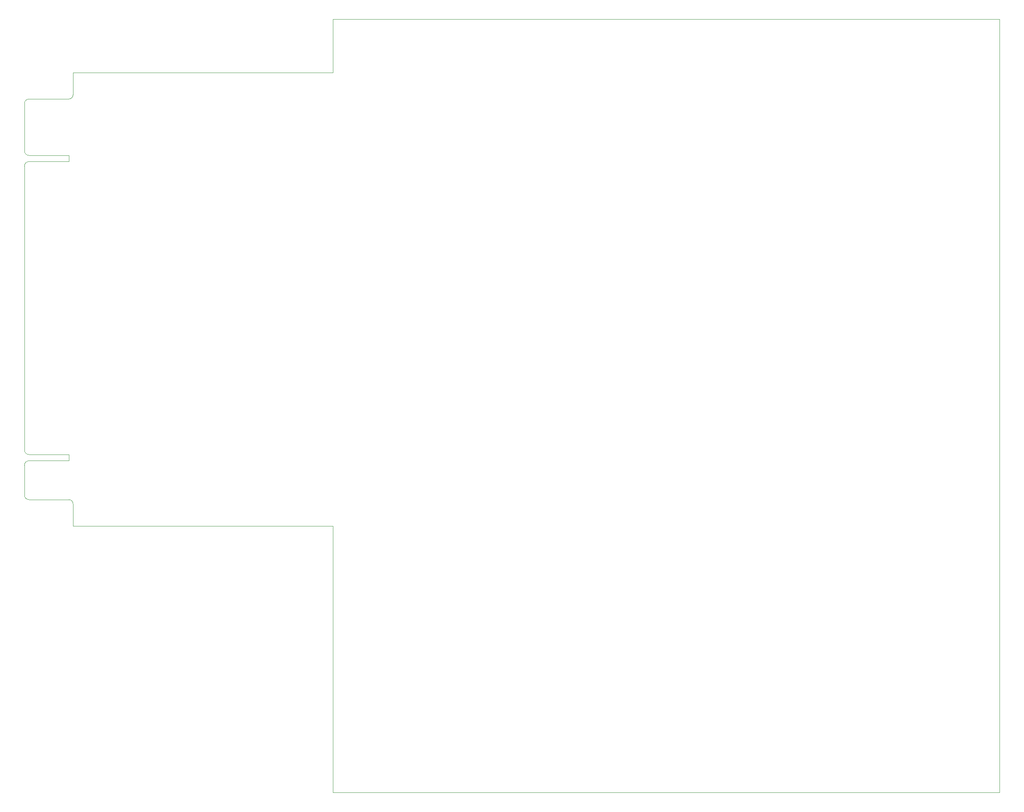
<source format=gbr>
%TF.GenerationSoftware,KiCad,Pcbnew,(5.1.10)-1*%
%TF.CreationDate,2022-09-02T18:37:03-04:00*%
%TF.ProjectId,VIC-20-Rear-Expander,5649432d-3230-42d5-9265-61722d457870,1*%
%TF.SameCoordinates,Original*%
%TF.FileFunction,Profile,NP*%
%FSLAX46Y46*%
G04 Gerber Fmt 4.6, Leading zero omitted, Abs format (unit mm)*
G04 Created by KiCad (PCBNEW (5.1.10)-1) date 2022-09-02 18:37:03*
%MOMM*%
%LPD*%
G01*
G04 APERTURE LIST*
%TA.AperFunction,Profile*%
%ADD10C,0.025000*%
%TD*%
%TA.AperFunction,Profile*%
%ADD11C,0.025400*%
%TD*%
G04 APERTURE END LIST*
D10*
X133985000Y-48960000D02*
X283845000Y-48960000D01*
X133985000Y-48960000D02*
X133985000Y-60960000D01*
X133985000Y-222960000D02*
X133985000Y-162960000D01*
X133985000Y-162960000D02*
X75558620Y-162960000D01*
X133985000Y-60960000D02*
X75558990Y-60960000D01*
X283845000Y-222960000D02*
X283845000Y-48960000D01*
X133985000Y-222960000D02*
X283845000Y-222960000D01*
D11*
%TO.C,X1*%
X64634510Y-156010000D02*
X64634630Y-149298000D01*
X64635000Y-78559000D02*
X64635120Y-67907620D01*
X74626880Y-80972000D02*
X65650630Y-80972000D01*
X74627130Y-80972000D02*
X74627250Y-79575000D01*
X74627250Y-79575000D02*
X65651000Y-79575000D01*
X74626880Y-148282000D02*
X65650630Y-148282000D01*
X74627130Y-148282000D02*
X74627250Y-146885000D01*
X74627250Y-146885000D02*
X65651000Y-146885000D01*
X74627370Y-66891620D02*
X65651120Y-66891620D01*
X64634510Y-145869000D02*
X64634630Y-81988000D01*
X74624870Y-157026250D02*
X65651000Y-157026250D01*
X75558990Y-65960000D02*
X75558990Y-60960000D01*
X75558620Y-157960000D02*
X75558620Y-162960000D01*
X64634630Y-81988000D02*
G75*
G02*
X65650630Y-80972000I1016000J0D01*
G01*
X64635000Y-78559000D02*
G75*
G03*
X65651000Y-79575000I1016000J0D01*
G01*
X64634630Y-149298000D02*
G75*
G02*
X65650630Y-148282000I1016000J0D01*
G01*
X64635000Y-145869000D02*
G75*
G03*
X65651000Y-146885000I1016000J0D01*
G01*
X75558620Y-157960000D02*
G75*
G03*
X74624870Y-157026250I-933750J0D01*
G01*
X75558990Y-65960000D02*
G75*
G02*
X74627370Y-66891620I-931620J0D01*
G01*
X64635120Y-67907620D02*
G75*
G02*
X65651120Y-66891620I1016000J0D01*
G01*
X64634510Y-156010000D02*
G75*
G03*
X65650510Y-157026000I1016000J0D01*
G01*
%TD*%
M02*

</source>
